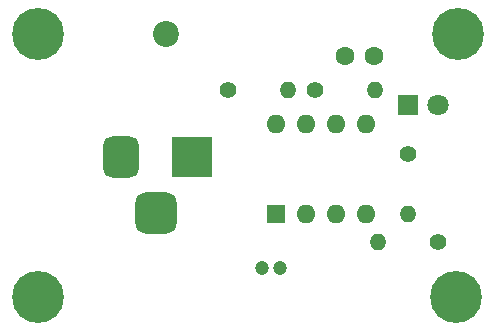
<source format=gbr>
%TF.GenerationSoftware,KiCad,Pcbnew,8.0.5*%
%TF.CreationDate,2025-01-05T00:34:36+01:00*%
%TF.ProjectId,my_Project1,6d795f50-726f-46a6-9563-74312e6b6963,rev?*%
%TF.SameCoordinates,Original*%
%TF.FileFunction,Soldermask,Bot*%
%TF.FilePolarity,Negative*%
%FSLAX46Y46*%
G04 Gerber Fmt 4.6, Leading zero omitted, Abs format (unit mm)*
G04 Created by KiCad (PCBNEW 8.0.5) date 2025-01-05 00:34:36*
%MOMM*%
%LPD*%
G01*
G04 APERTURE LIST*
G04 Aperture macros list*
%AMRoundRect*
0 Rectangle with rounded corners*
0 $1 Rounding radius*
0 $2 $3 $4 $5 $6 $7 $8 $9 X,Y pos of 4 corners*
0 Add a 4 corners polygon primitive as box body*
4,1,4,$2,$3,$4,$5,$6,$7,$8,$9,$2,$3,0*
0 Add four circle primitives for the rounded corners*
1,1,$1+$1,$2,$3*
1,1,$1+$1,$4,$5*
1,1,$1+$1,$6,$7*
1,1,$1+$1,$8,$9*
0 Add four rect primitives between the rounded corners*
20,1,$1+$1,$2,$3,$4,$5,0*
20,1,$1+$1,$4,$5,$6,$7,0*
20,1,$1+$1,$6,$7,$8,$9,0*
20,1,$1+$1,$8,$9,$2,$3,0*%
G04 Aperture macros list end*
%ADD10R,1.600000X1.600000*%
%ADD11O,1.600000X1.600000*%
%ADD12C,1.400000*%
%ADD13O,1.400000X1.400000*%
%ADD14R,3.500000X3.500000*%
%ADD15RoundRect,0.750000X-0.750000X-1.000000X0.750000X-1.000000X0.750000X1.000000X-0.750000X1.000000X0*%
%ADD16RoundRect,0.875000X-0.875000X-0.875000X0.875000X-0.875000X0.875000X0.875000X-0.875000X0.875000X0*%
%ADD17C,2.200000*%
%ADD18C,0.700000*%
%ADD19C,4.400000*%
%ADD20R,1.800000X1.800000*%
%ADD21C,1.800000*%
%ADD22C,1.200000*%
%ADD23C,1.600000*%
G04 APERTURE END LIST*
D10*
%TO.C,U1*%
X82600000Y-83000000D03*
D11*
X85140000Y-83000000D03*
X87680000Y-83000000D03*
X90220000Y-83000000D03*
X90220000Y-75380000D03*
X87680000Y-75380000D03*
X85140000Y-75380000D03*
X82600000Y-75380000D03*
%TD*%
D12*
%TO.C,R4*%
X96340000Y-85300000D03*
D13*
X91260000Y-85300000D03*
%TD*%
D12*
%TO.C,R3*%
X93800000Y-77900000D03*
D13*
X93800000Y-82980000D03*
%TD*%
D12*
%TO.C,R2*%
X78520000Y-72500000D03*
D13*
X83600000Y-72500000D03*
%TD*%
D12*
%TO.C,R1*%
X85960000Y-72500000D03*
D13*
X91040000Y-72500000D03*
%TD*%
D14*
%TO.C,J1*%
X75500000Y-78142500D03*
D15*
X69500000Y-78142500D03*
D16*
X72500000Y-82842500D03*
%TD*%
D17*
%TO.C,H5*%
X73300000Y-67700000D03*
%TD*%
D18*
%TO.C,H4*%
X96250000Y-90000000D03*
X96733274Y-88833274D03*
X96733274Y-91166726D03*
X97900000Y-88350000D03*
D19*
X97900000Y-90000000D03*
D18*
X97900000Y-91650000D03*
X99066726Y-88833274D03*
X99066726Y-91166726D03*
X99550000Y-90000000D03*
%TD*%
%TO.C,H3*%
X96350000Y-67700000D03*
X96833274Y-66533274D03*
X96833274Y-68866726D03*
X98000000Y-66050000D03*
D19*
X98000000Y-67700000D03*
D18*
X98000000Y-69350000D03*
X99166726Y-66533274D03*
X99166726Y-68866726D03*
X99650000Y-67700000D03*
%TD*%
%TO.C,H2*%
X60850000Y-90000000D03*
X61333274Y-88833274D03*
X61333274Y-91166726D03*
X62500000Y-88350000D03*
D19*
X62500000Y-90000000D03*
D18*
X62500000Y-91650000D03*
X63666726Y-88833274D03*
X63666726Y-91166726D03*
X64150000Y-90000000D03*
%TD*%
%TO.C,H1*%
X60800000Y-67750000D03*
X61283274Y-66583274D03*
X61283274Y-68916726D03*
X62450000Y-66100000D03*
D19*
X62450000Y-67750000D03*
D18*
X62450000Y-69400000D03*
X63616726Y-66583274D03*
X63616726Y-68916726D03*
X64100000Y-67750000D03*
%TD*%
D20*
%TO.C,LED*%
X93825000Y-73700000D03*
D21*
X96365000Y-73700000D03*
%TD*%
D22*
%TO.C,C2*%
X81450000Y-87500000D03*
X82950000Y-87500000D03*
%TD*%
D23*
%TO.C,C1*%
X88450000Y-69600000D03*
X90950000Y-69600000D03*
%TD*%
M02*

</source>
